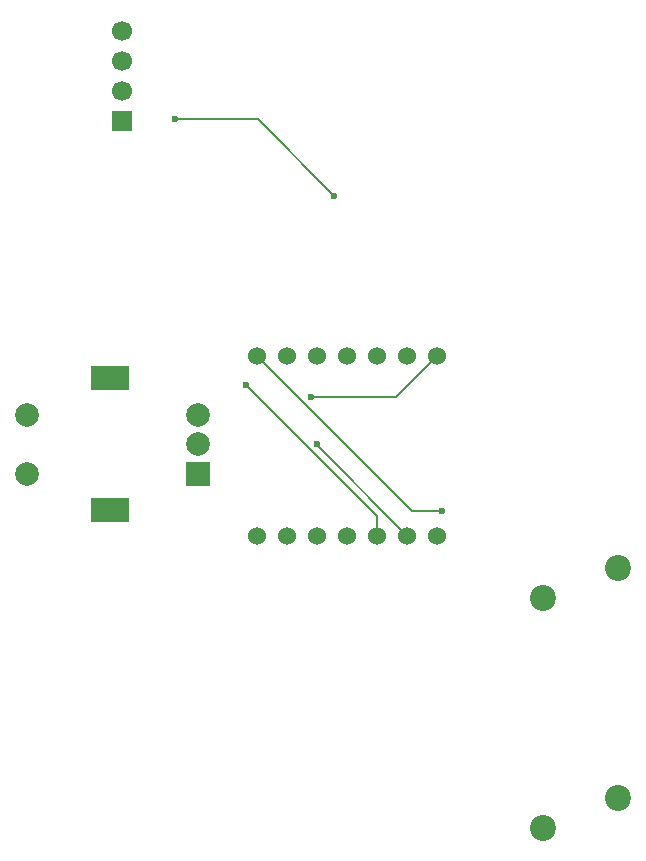
<source format=gbr>
%TF.GenerationSoftware,KiCad,Pcbnew,9.0.6*%
%TF.CreationDate,2026-01-20T16:19:18+01:00*%
%TF.ProjectId,new_project2,6e65775f-7072-46f6-9a65-6374322e6b69,rev?*%
%TF.SameCoordinates,Original*%
%TF.FileFunction,Copper,L2,Bot*%
%TF.FilePolarity,Positive*%
%FSLAX46Y46*%
G04 Gerber Fmt 4.6, Leading zero omitted, Abs format (unit mm)*
G04 Created by KiCad (PCBNEW 9.0.6) date 2026-01-20 16:19:18*
%MOMM*%
%LPD*%
G01*
G04 APERTURE LIST*
%TA.AperFunction,ComponentPad*%
%ADD10R,2.000000X2.000000*%
%TD*%
%TA.AperFunction,ComponentPad*%
%ADD11C,2.000000*%
%TD*%
%TA.AperFunction,ComponentPad*%
%ADD12R,3.200000X2.000000*%
%TD*%
%TA.AperFunction,ComponentPad*%
%ADD13C,1.524000*%
%TD*%
%TA.AperFunction,ComponentPad*%
%ADD14C,2.200000*%
%TD*%
%TA.AperFunction,ComponentPad*%
%ADD15R,1.700000X1.700000*%
%TD*%
%TA.AperFunction,ComponentPad*%
%ADD16C,1.700000*%
%TD*%
%TA.AperFunction,ViaPad*%
%ADD17C,0.600000*%
%TD*%
%TA.AperFunction,Conductor*%
%ADD18C,0.200000*%
%TD*%
G04 APERTURE END LIST*
D10*
%TO.P,SW1,A,A*%
%TO.N,Net-(U1-GPIO27{slash}ADC1{slash}A1)*%
X140000000Y-109500000D03*
D11*
%TO.P,SW1,B,B*%
%TO.N,Net-(U1-GPIO28{slash}ADC2{slash}A2)*%
X140000000Y-104500000D03*
%TO.P,SW1,C,C*%
%TO.N,GND*%
X140000000Y-107000000D03*
D12*
%TO.P,SW1,MP*%
%TO.N,N/C*%
X132500000Y-112600000D03*
X132500000Y-101400000D03*
D11*
%TO.P,SW1,S1,S1*%
%TO.N,Net-(U1-GPIO26{slash}ADC0{slash}A0)*%
X125500000Y-104500000D03*
%TO.P,SW1,S2,S2*%
%TO.N,GND*%
X125500000Y-109500000D03*
%TD*%
D13*
%TO.P,U1,1,GPIO26/ADC0/A0*%
%TO.N,Net-(U1-GPIO26{slash}ADC0{slash}A0)*%
X160200000Y-99500000D03*
%TO.P,U1,2,GPIO27/ADC1/A1*%
%TO.N,Net-(U1-GPIO27{slash}ADC1{slash}A1)*%
X157660000Y-99500000D03*
%TO.P,U1,3,GPIO28/ADC2/A2*%
%TO.N,Net-(U1-GPIO28{slash}ADC2{slash}A2)*%
X155120000Y-99500000D03*
%TO.P,U1,4,GPIO29/ADC3/A3*%
%TO.N,unconnected-(U1-GPIO29{slash}ADC3{slash}A3-Pad4)*%
X152580000Y-99500000D03*
%TO.P,U1,5,GPIO6/SDA*%
%TO.N,Net-(J1-Pin_4)*%
X150040000Y-99500000D03*
%TO.P,U1,6,GPIO7/SCL*%
%TO.N,Net-(J1-Pin_3)*%
X147500000Y-99500000D03*
%TO.P,U1,7,GPIO0/TX*%
%TO.N,Net-(U1-GPIO0{slash}TX)*%
X144960000Y-99500000D03*
%TO.P,U1,8,GPIO1/RX*%
%TO.N,Net-(U1-GPIO1{slash}RX)*%
X144960000Y-114740000D03*
%TO.P,U1,9,GPIO2/SCK*%
%TO.N,unconnected-(U1-GPIO2{slash}SCK-Pad9)*%
X147500000Y-114740000D03*
%TO.P,U1,10,GPIO4/MISO*%
%TO.N,unconnected-(U1-GPIO4{slash}MISO-Pad10)*%
X150040000Y-114740000D03*
%TO.P,U1,11,GPIO3/MOSI*%
%TO.N,unconnected-(U1-GPIO3{slash}MOSI-Pad11)*%
X152580000Y-114740000D03*
%TO.P,U1,12,3V3*%
%TO.N,Net-(J1-Pin_2)*%
X155120000Y-114740000D03*
%TO.P,U1,13,GND*%
%TO.N,GND*%
X157660000Y-114740000D03*
%TO.P,U1,14,VBUS*%
%TO.N,unconnected-(U1-VBUS-Pad14)*%
X160200000Y-114740000D03*
%TD*%
D14*
%TO.P,SW2,1,1*%
%TO.N,Net-(U1-GPIO0{slash}TX)*%
X175500000Y-117500000D03*
%TO.P,SW2,2,2*%
%TO.N,GND*%
X169150000Y-120040000D03*
%TD*%
%TO.P,SW3,1,1*%
%TO.N,GND*%
X175500000Y-136920000D03*
%TO.P,SW3,2,2*%
%TO.N,Net-(U1-GPIO1{slash}RX)*%
X169150000Y-139460000D03*
%TD*%
D15*
%TO.P,J1,1,Pin_1*%
%TO.N,GND*%
X133500000Y-79620000D03*
D16*
%TO.P,J1,2,Pin_2*%
%TO.N,Net-(J1-Pin_2)*%
X133500000Y-77080000D03*
%TO.P,J1,3,Pin_3*%
%TO.N,Net-(J1-Pin_3)*%
X133500000Y-74540000D03*
%TO.P,J1,4,Pin_4*%
%TO.N,Net-(J1-Pin_4)*%
X133500000Y-72000000D03*
%TD*%
D17*
%TO.N,Net-(J1-Pin_2)*%
X144000000Y-102000000D03*
%TO.N,GND*%
X138000000Y-79500000D03*
X151500000Y-86000000D03*
X150000000Y-107000000D03*
%TO.N,Net-(U1-GPIO26{slash}ADC0{slash}A0)*%
X149500000Y-103000000D03*
%TO.N,Net-(U1-GPIO0{slash}TX)*%
X160624265Y-112624265D03*
%TD*%
D18*
%TO.N,Net-(J1-Pin_2)*%
X144000000Y-102000000D02*
X155120000Y-113120000D01*
X155120000Y-113120000D02*
X155120000Y-114740000D01*
%TO.N,GND*%
X151500000Y-86000000D02*
X145000000Y-79500000D01*
X150000000Y-107000000D02*
X150000000Y-107080000D01*
X150000000Y-107080000D02*
X157660000Y-114740000D01*
X145000000Y-79500000D02*
X138000000Y-79500000D01*
%TO.N,Net-(U1-GPIO26{slash}ADC0{slash}A0)*%
X156700000Y-103000000D02*
X160200000Y-99500000D01*
X149500000Y-103000000D02*
X156700000Y-103000000D01*
%TO.N,Net-(U1-GPIO0{slash}TX)*%
X160624265Y-112624265D02*
X158084265Y-112624265D01*
X158084265Y-112624265D02*
X144960000Y-99500000D01*
%TD*%
M02*

</source>
